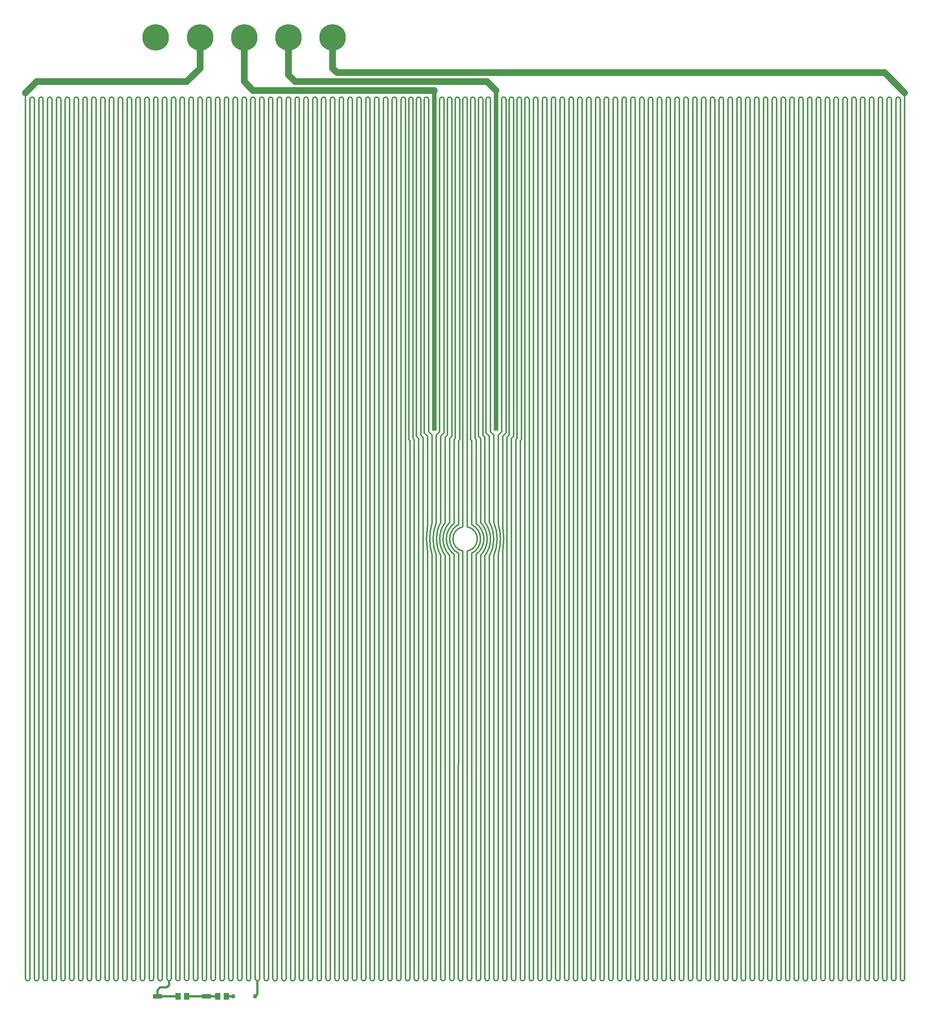
<source format=gbl>
G04 DipTrace 2.4.0.2*
%INBOTTOM_COPPER.GBL*%
%MOIN*%
%ADD13C,0.0591*%
%ADD14C,0.0146*%
%ADD15C,0.0197*%
%ADD16C,0.0394*%
%ADD18R,0.0787X0.0394*%
%ADD19R,0.0394X0.1575*%
%ADD20R,0.0512X0.0591*%
%ADD21C,0.2362*%
%FSLAX44Y44*%
G04*
G70*
G90*
G75*
G01*
%LNBottom*%
%LPD*%
X34255Y90751D2*
D13*
Y87995D1*
X34649Y87602D1*
X83468D1*
X85239Y85830D1*
D14*
Y6893D1*
G02X84846Y6893I-197J0D01*
G01*
Y85239D1*
G03X84452Y85239I-197J0D01*
G01*
Y6893D1*
G02X84058Y6893I-197J0D01*
G01*
Y85239D1*
G03X83665Y85239I-197J0D01*
G01*
Y6893D1*
G02X83271Y6893I-197J0D01*
G01*
Y85239D1*
G03X82877Y85239I-197J0D01*
G01*
Y6893D1*
G02X82483Y6893I-197J0D01*
G01*
Y85239D1*
G03X82090Y85239I-197J0D01*
G01*
Y6893D1*
G02X81696Y6893I-197J0D01*
G01*
Y85239D1*
G03X81302Y85239I-197J0D01*
G01*
Y6893D1*
G02X80909Y6893I-197J0D01*
G01*
Y85239D1*
G03X80515Y85239I-197J0D01*
G01*
Y6893D1*
G02X80121Y6893I-197J0D01*
G01*
Y85239D1*
G03X79728Y85239I-197J0D01*
G01*
Y6893D1*
G02X79334Y6893I-197J0D01*
G01*
Y85239D1*
G03X78940Y85239I-197J0D01*
G01*
Y6893D1*
G02X78546Y6893I-197J0D01*
G01*
Y85239D1*
G03X78153Y85239I-197J0D01*
G01*
Y6893D1*
G02X77759Y6893I-197J0D01*
G01*
Y85239D1*
G03X77365Y85239I-197J0D01*
G01*
Y6893D1*
G02X76972Y6897I-197J2D01*
G01*
Y85239D1*
G03X76578Y85239I-197J0D01*
G01*
Y6893D1*
G02X76184Y6893I-197J0D01*
G01*
Y85239D1*
G03X75791Y85239I-197J0D01*
G01*
Y6893D1*
G02X75397Y6893I-197J0D01*
G01*
Y85239D1*
G03X75003Y85239I-197J0D01*
G01*
Y6893D1*
G02X74609Y6893I-197J0D01*
G01*
Y85239D1*
G03X74216Y85239I-197J0D01*
G01*
Y6893D1*
G02X73822Y6893I-197J0D01*
G01*
Y85239D1*
G03X73428Y85239I-197J0D01*
G01*
Y6893D1*
G02X73035Y6893I-197J0D01*
G01*
Y85239D1*
G03X72641Y85239I-197J0D01*
G01*
Y6893D1*
G02X72247Y6893I-197J0D01*
G01*
Y85239D1*
G03X71854Y85239I-197J0D01*
G01*
Y6893D1*
G02X71460Y6893I-197J0D01*
G01*
Y85239D1*
G03X71066Y85239I-197J0D01*
G01*
Y6893D1*
G02X70672Y6893I-197J0D01*
G01*
Y85239D1*
G03X70279Y85239I-197J0D01*
G01*
Y6893D1*
G02X69885Y6893I-197J0D01*
G01*
Y85239D1*
G03X69491Y85239I-197J0D01*
G01*
Y6893D1*
G02X69098Y6893I-197J0D01*
G01*
Y85239D1*
G03X68704Y85239I-197J0D01*
G01*
Y6893D1*
G02X68310Y6893I-197J0D01*
G01*
Y85239D1*
G03X67917Y85239I-197J0D01*
G01*
Y6893D1*
G02X67523Y6897I-197J2D01*
G01*
Y85239D1*
G03X67129Y85239I-197J0D01*
G01*
Y6893D1*
G02X66735Y6893I-197J0D01*
G01*
Y85239D1*
G03X66342Y85239I-197J0D01*
G01*
Y6893D1*
G02X65948Y6893I-197J0D01*
G01*
Y85239D1*
G03X65554Y85239I-197J0D01*
G01*
Y6893D1*
G02X65161Y6893I-197J0D01*
G01*
Y85239D1*
G03X64767Y85239I-197J0D01*
G01*
Y6893D1*
G02X64373Y6893I-197J0D01*
G01*
Y85239D1*
G03X63980Y85239I-197J0D01*
G01*
Y6893D1*
G02X63586Y6893I-197J0D01*
G01*
Y85239D1*
G03X63192Y85239I-197J0D01*
G01*
Y6893D1*
G02X62798Y6893I-197J0D01*
G01*
Y85239D1*
G03X62405Y85239I-197J0D01*
G01*
Y6893D1*
G02X62011Y6893I-197J0D01*
G01*
Y85239D1*
G03X61617Y85239I-197J0D01*
G01*
Y6893D1*
G02X61224Y6893I-197J0D01*
G01*
Y85239D1*
G03X60830Y85239I-197J0D01*
G01*
Y6893D1*
G02X60436Y6893I-197J0D01*
G01*
Y85239D1*
G03X60043Y85239I-197J0D01*
G01*
Y6893D1*
G02X59649Y6893I-197J0D01*
G01*
Y85239D1*
G03X59255Y85239I-197J0D01*
G01*
Y6893D1*
G02X58861Y6893I-197J0D01*
G01*
Y85239D1*
G03X58468Y85239I-197J0D01*
G01*
Y6893D1*
G02X58074Y6897I-197J2D01*
G01*
Y85239D1*
G03X57680Y85239I-197J0D01*
G01*
Y6893D1*
G02X57287Y6893I-197J0D01*
G01*
Y85239D1*
G03X56893Y85239I-197J0D01*
G01*
Y6893D1*
G02X56499Y6893I-197J0D01*
G01*
Y85239D1*
G03X56106Y85239I-197J0D01*
G01*
Y6893D1*
G02X55712Y6893I-197J0D01*
G01*
Y85239D1*
G03X55318Y85239I-197J0D01*
G01*
Y6893D1*
G02X54924Y6893I-197J0D01*
G01*
Y85239D1*
G03X54531Y85239I-197J0D01*
G01*
Y6893D1*
G02X54137Y6893I-197J0D01*
G01*
Y85239D1*
G03X53743Y85239I-197J0D01*
G01*
Y6893D1*
G02X53350Y6893I-197J0D01*
G01*
Y85239D1*
G03X52956Y85239I-197J0D01*
G01*
Y6893D1*
G02X52562Y6893I-197J0D01*
G01*
Y85239D1*
G03X52169Y85239I-197J0D01*
G01*
Y6893D1*
G02X51775Y6893I-197J0D01*
G01*
Y85239D1*
G03X51381Y85239I-197J0D01*
G01*
Y6893D1*
G02X50987Y6893I-197J0D01*
G01*
Y54826D1*
X51086Y54924D1*
Y85239D1*
G03X50692Y85239I-197J0D01*
G01*
Y55023D1*
X50594Y54924D1*
Y6893D1*
G02X50200Y6893I-197J0D01*
G01*
Y55023D1*
X50397Y55220D1*
Y85239D1*
G03X50003Y85239I-197J0D01*
G01*
Y55318D1*
X49806Y55121D1*
Y6893D1*
G02X49413Y6893I-197J0D01*
G01*
Y44885D1*
G03X49413Y47247I-7037J1181D01*
G01*
Y55220D1*
X49708Y55515D1*
Y85239D1*
G03X49314Y85239I-197J0D01*
G01*
Y55613D1*
X49019Y55318D1*
Y47444D1*
G02X49019Y44688I-4724J-1378D01*
G01*
Y6893D1*
G02X48625Y6897I-197J2D01*
G01*
Y44590D1*
G03X48625Y47543I-3543J1476D01*
G01*
Y55318D1*
X48330Y55613D1*
Y85239D1*
G03X47936Y85239I-197J0D01*
G01*
Y55515D1*
X48231Y55220D1*
Y47543D1*
G02X48231Y44590I-2571J-1476D01*
G01*
Y6893D1*
G02X47838Y6893I-197J0D01*
G01*
Y44590D1*
G03X47838Y47543I-1969J1476D01*
G01*
Y55121D1*
X47641Y55318D1*
Y85239D1*
G03X47247Y85239I-197J0D01*
G01*
Y55220D1*
X47444Y55023D1*
Y47543D1*
G02X47444Y44590I-1550J-1476D01*
G01*
Y6893D1*
G02X47050Y6893I-197J0D01*
G01*
Y44688D1*
G03X47050Y47444I-1033J1378D01*
G01*
Y54924D1*
X46952Y55023D1*
Y85239D1*
G03X46558Y85239I-197J0D01*
G01*
Y54924D1*
X46657Y54826D1*
Y47346D1*
G02X46657Y44787I-646J-1280D01*
G01*
Y6893D1*
G02X46263Y6893I-197J0D01*
G01*
Y44983D1*
G03X46263Y47149I-219J1083D01*
G01*
Y85239D1*
G03X45869Y85239I-197J0D01*
G01*
Y47149D1*
G03X45869Y44983I219J-1083D01*
G01*
X45866Y6870D1*
G02X45473Y6870I-197J24D01*
G01*
X45476Y44787D1*
G02X45476Y47346I646J1280D01*
G01*
Y54826D1*
X45574Y54924D1*
Y85239D1*
G03X45180Y85239I-197J0D01*
G01*
Y55023D1*
X45082Y54924D1*
Y47444D1*
G03X45082Y44688I1033J-1378D01*
G01*
Y6893D1*
G02X44688Y6893I-197J0D01*
G01*
Y44590D1*
G02X44688Y47543I1550J1476D01*
G01*
Y55023D1*
X44885Y55220D1*
Y85239D1*
G03X44491Y85239I-197J0D01*
G01*
Y55318D1*
X44294Y55121D1*
Y47543D1*
G03X44294Y44590I1969J-1476D01*
G01*
Y6893D1*
G02X43901Y6893I-197J0D01*
G01*
Y44590D1*
G02X43901Y47543I2571J1476D01*
G01*
Y55220D1*
X44196Y55515D1*
Y85239D1*
G03X43802Y85239I-197J0D01*
G01*
Y55613D1*
X43507Y55318D1*
Y47543D1*
G03X43507Y44590I3543J-1476D01*
G01*
Y6893D1*
G02X43113Y6893I-197J0D01*
G01*
Y44688D1*
G02X43113Y47444I4724J1378D01*
G01*
Y55318D1*
X42818Y55613D1*
Y85239D1*
G03X42424Y85239I-197J0D01*
G01*
Y55515D1*
X42720Y55220D1*
Y47247D1*
G03X42720Y44885I7037J-1181D01*
G01*
Y6893D1*
G02X42326Y6893I-197J0D01*
G01*
Y55121D1*
X42129Y55318D1*
Y85239D1*
G03X41735Y85239I-197J0D01*
G01*
Y55220D1*
X41932Y55023D1*
Y6893D1*
G02X41539Y6893I-197J0D01*
G01*
Y54924D1*
X41440Y55023D1*
Y85239D1*
G03X41046Y85239I-197J0D01*
G01*
Y54924D1*
X41145Y54826D1*
Y6893D1*
G02X40751Y6893I-197J0D01*
G01*
Y85239D1*
G03X40357Y85239I-197J0D01*
G01*
Y6893D1*
G02X39964Y6893I-197J0D01*
G01*
Y85239D1*
G03X39570Y85239I-197J0D01*
G01*
Y6893D1*
G02X39176Y6897I-197J0D01*
G01*
Y85239D1*
G03X38783Y85239I-197J0D01*
G01*
Y6893D1*
G02X38389Y6893I-197J0D01*
G01*
Y85239D1*
G03X37995Y85239I-197J0D01*
G01*
Y6893D1*
G02X37602Y6893I-197J0D01*
G01*
Y85239D1*
G03X37208Y85239I-197J0D01*
G01*
Y6893D1*
G02X36814Y6893I-197J0D01*
G01*
Y85239D1*
G03X36420Y85239I-197J0D01*
G01*
Y6893D1*
G02X36027Y6893I-197J0D01*
G01*
Y85239D1*
G03X35633Y85239I-197J0D01*
G01*
Y6893D1*
G02X35239Y6893I-197J0D01*
G01*
Y85239D1*
G03X34846Y85239I-197J0D01*
G01*
Y6893D1*
G02X34452Y6893I-197J0D01*
G01*
Y85239D1*
G03X34058Y85239I-197J0D01*
G01*
Y6893D1*
G02X33665Y6893I-197J0D01*
G01*
Y85239D1*
G03X33271Y85239I-197J0D01*
G01*
Y6893D1*
G02X32877Y6893I-197J0D01*
G01*
Y85239D1*
G03X32483Y85239I-197J0D01*
G01*
Y6893D1*
G02X32090Y6893I-197J0D01*
G01*
Y85239D1*
G03X31696Y85239I-197J0D01*
G01*
Y6893D1*
G02X31302Y6893I-197J0D01*
G01*
Y85239D1*
G03X30909Y85239I-197J0D01*
G01*
Y6893D1*
G02X30515Y6893I-197J0D01*
G01*
Y85239D1*
G03X30121Y85239I-197J0D01*
G01*
Y6893D1*
G02X29728Y6897I-197J2D01*
G01*
Y85239D1*
G03X29334Y85239I-197J0D01*
G01*
Y6893D1*
G02X28940Y6893I-197J0D01*
G01*
Y85239D1*
G03X28546Y85239I-197J0D01*
G01*
Y6893D1*
G02X28153Y6893I-197J0D01*
G01*
Y85239D1*
G03X27759Y85239I-197J0D01*
G01*
Y6893D1*
G02X27562Y6696I-197J0D01*
G01*
G02X27365Y6893I0J197D01*
G01*
Y85239D1*
G03X26972Y85239I-197J0D01*
G01*
Y6893D1*
G02X26578Y6893I-197J0D01*
G01*
Y85239D1*
G03X26184Y85239I-197J0D01*
G01*
Y6893D1*
G02X25791Y6893I-197J0D01*
G01*
Y85239D1*
G03X25397Y85239I-197J0D01*
G01*
Y6893D1*
G02X25003Y6893I-197J0D01*
G01*
Y85239D1*
G03X24609Y85239I-197J0D01*
G01*
Y6893D1*
G02X24216Y6893I-197J0D01*
G01*
Y85239D1*
G03X23822Y85239I-197J0D01*
G01*
Y6893D1*
G02X23428Y6893I-197J0D01*
G01*
Y85239D1*
G03X23035Y85239I-197J0D01*
G01*
Y6893D1*
G02X22641Y6893I-197J0D01*
G01*
Y85239D1*
G03X22247Y85239I-197J0D01*
G01*
Y6893D1*
G02X21854Y6893I-197J0D01*
G01*
Y85239D1*
G03X21460Y85239I-197J0D01*
G01*
Y6893D1*
G02X21066Y6893I-197J0D01*
G01*
Y85239D1*
G03X20672Y85239I-197J0D01*
G01*
Y6893D1*
G02X20279Y6897I-197J2D01*
G01*
Y85239D1*
G03X19885Y85239I-197J0D01*
G01*
Y6893D1*
G02X19688Y6696I-197J0D01*
G01*
G02X19491Y6893I0J197D01*
G01*
Y85239D1*
G03X19098Y85239I-197J0D01*
G01*
Y6893D1*
G02X18704Y6893I-197J0D01*
G01*
Y85239D1*
G03X18310Y85239I-197J0D01*
G01*
Y6893D1*
G02X17917Y6893I-197J0D01*
G01*
Y85239D1*
G03X17523Y85239I-197J0D01*
G01*
Y6893D1*
G02X17129Y6893I-197J0D01*
G01*
Y85239D1*
G03X16735Y85239I-197J0D01*
G01*
Y6893D1*
G02X16342Y6893I-197J0D01*
G01*
Y85239D1*
G03X15948Y85239I-197J0D01*
G01*
Y6893D1*
G02X15554Y6893I-197J0D01*
G01*
Y85239D1*
G03X15161Y85239I-197J0D01*
G01*
Y6893D1*
G02X14767Y6893I-197J0D01*
G01*
Y85239D1*
G03X14373Y85239I-197J0D01*
G01*
Y6893D1*
G02X13980Y6893I-197J0D01*
G01*
Y85239D1*
G03X13586Y85239I-197J0D01*
G01*
Y6893D1*
G02X13192Y6893I-197J0D01*
G01*
Y85239D1*
G03X12798Y85239I-197J0D01*
G01*
Y6893D1*
G02X12405Y6893I-197J0D01*
G01*
Y85239D1*
G03X12011Y85239I-197J0D01*
G01*
Y6893D1*
G02X11617Y6893I-197J0D01*
G01*
Y85239D1*
G03X11224Y85239I-197J0D01*
G01*
Y6893D1*
G02X10830Y6897I-197J2D01*
G01*
Y85239D1*
G03X10436Y85239I-197J0D01*
G01*
Y6893D1*
G02X10043Y6893I-197J0D01*
G01*
Y85239D1*
G03X9649Y85239I-197J0D01*
G01*
Y6893D1*
G02X9255Y6893I-197J0D01*
G01*
Y85239D1*
G03X8861Y85239I-197J0D01*
G01*
Y6893D1*
G02X8468Y6893I-197J0D01*
G01*
Y85239D1*
G03X8074Y85239I-197J0D01*
G01*
Y6893D1*
G02X7680Y6893I-197J0D01*
G01*
Y85239D1*
G03X7287Y85239I-197J0D01*
G01*
Y6893D1*
G02X6893Y6893I-197J0D01*
G01*
Y85830D1*
D13*
X7877Y86814D1*
X21263D1*
X22444Y87995D1*
Y90751D1*
X18641Y5318D2*
D15*
X20495D1*
X27562Y6696D2*
Y5515D1*
X27365Y5318D1*
X19688Y6696D2*
Y6302D1*
X19491Y6106D1*
X18901D1*
X18641Y5846D1*
Y5318D1*
X30318Y90751D2*
D13*
Y87405D1*
X30909Y86814D1*
X48035D1*
X48822Y86027D1*
D16*
Y56499D1*
X24787Y5318D2*
D15*
X25397D1*
X43310Y56499D2*
D16*
Y86027D1*
D13*
X27169D1*
X26381Y86814D1*
Y90751D1*
X21243Y5318D2*
D15*
X23035D1*
X24039D1*
D16*
X25397D3*
X27365D3*
D18*
X23035D3*
X18641D3*
D19*
X48822Y56499D3*
X43310D3*
D21*
X18507Y90751D3*
X34255D3*
X22444D3*
X30318D3*
X26381D3*
D20*
X21243Y5318D3*
X20495D3*
X24039D3*
X24787D3*
M02*

</source>
